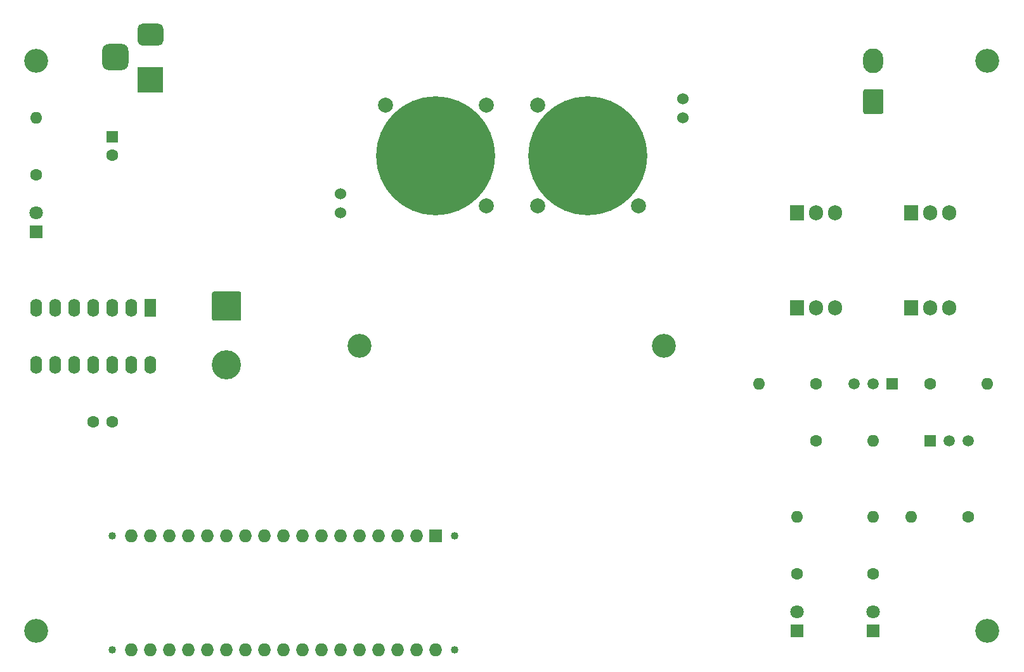
<source format=gbr>
From 9eb725941ec03b716ec8aa3311772bf98f978461 Mon Sep 17 00:00:00 2001
From: Blaise Thompson <blaise@untzag.com>
Date: Tue, 27 Jul 2021 17:01:50 -0500
Subject: LICENSE

---
 PCB/gerber/thermoelectric-tube-B_Mask.gbr | 300 ------------------------------
 1 file changed, 300 deletions(-)
 delete mode 100644 PCB/gerber/thermoelectric-tube-B_Mask.gbr

(limited to 'PCB/gerber/thermoelectric-tube-B_Mask.gbr')

diff --git a/PCB/gerber/thermoelectric-tube-B_Mask.gbr b/PCB/gerber/thermoelectric-tube-B_Mask.gbr
deleted file mode 100644
index e6ce347..0000000
--- a/PCB/gerber/thermoelectric-tube-B_Mask.gbr
+++ /dev/null
@@ -1,300 +0,0 @@
-G04 #@! TF.GenerationSoftware,KiCad,Pcbnew,5.1.8+dfsg1-1+b1*
-G04 #@! TF.CreationDate,2021-07-27T16:42:41-05:00*
-G04 #@! TF.ProjectId,thermoelectric-tube,74686572-6d6f-4656-9c65-63747269632d,B*
-G04 #@! TF.SameCoordinates,Original*
-G04 #@! TF.FileFunction,Soldermask,Bot*
-G04 #@! TF.FilePolarity,Negative*
-%FSLAX46Y46*%
-G04 Gerber Fmt 4.6, Leading zero omitted, Abs format (unit mm)*
-G04 Created by KiCad (PCBNEW 5.1.8+dfsg1-1+b1) date 2021-07-27 16:42:41*
-%MOMM*%
-%LPD*%
-G01*
-G04 APERTURE LIST*
-%ADD10C,3.900000*%
-%ADD11O,2.700000X3.300000*%
-%ADD12O,1.727200X1.727200*%
-%ADD13C,1.016000*%
-%ADD14R,1.727200X1.727200*%
-%ADD15C,2.000000*%
-%ADD16C,15.900000*%
-%ADD17C,1.524000*%
-%ADD18C,3.200000*%
-%ADD19O,1.600000X1.600000*%
-%ADD20C,1.600000*%
-%ADD21R,1.500000X1.500000*%
-%ADD22C,1.500000*%
-%ADD23O,1.600000X2.400000*%
-%ADD24R,1.600000X2.400000*%
-%ADD25O,1.905000X2.000000*%
-%ADD26R,1.905000X2.000000*%
-%ADD27R,3.500000X3.500000*%
-%ADD28C,1.800000*%
-%ADD29R,1.800000X1.800000*%
-%ADD30R,1.600000X1.600000*%
-G04 APERTURE END LIST*
-D10*
-X76200000Y-91440000D03*
-G36*
-G01*
-X74500001Y-81690000D02*
-X77899999Y-81690000D01*
-G75*
-G02*
-X78150000Y-81940001I0J-250001D01*
-G01*
-X78150000Y-85339999D01*
-G75*
-G02*
-X77899999Y-85590000I-250001J0D01*
-G01*
-X74500001Y-85590000D01*
-G75*
-G02*
-X74250000Y-85339999I0J250001D01*
-G01*
-X74250000Y-81940001D01*
-G75*
-G02*
-X74500001Y-81690000I250001J0D01*
-G01*
-G37*
-D11*
-X162560000Y-50800000D03*
-G36*
-G01*
-X163910000Y-54900001D02*
-X163910000Y-57699999D01*
-G75*
-G02*
-X163659999Y-57950000I-250001J0D01*
-G01*
-X161460001Y-57950000D01*
-G75*
-G02*
-X161210000Y-57699999I0J250001D01*
-G01*
-X161210000Y-54900001D01*
-G75*
-G02*
-X161460001Y-54650000I250001J0D01*
-G01*
-X163659999Y-54650000D01*
-G75*
-G02*
-X163910000Y-54900001I0J-250001D01*
-G01*
-G37*
-D12*
-X101600000Y-129540000D03*
-X83820000Y-129540000D03*
-X81280000Y-129540000D03*
-X78740000Y-129540000D03*
-X76200000Y-129540000D03*
-X73660000Y-129540000D03*
-X88900000Y-129540000D03*
-X66040000Y-114300000D03*
-X63500000Y-114300000D03*
-X63500000Y-129540000D03*
-X68580000Y-129540000D03*
-D13*
-X60960000Y-129540000D03*
-D12*
-X68580000Y-114300000D03*
-X71120000Y-114300000D03*
-X73660000Y-114300000D03*
-X76200000Y-114300000D03*
-X78740000Y-114300000D03*
-X81280000Y-114300000D03*
-X83820000Y-114300000D03*
-X86360000Y-114300000D03*
-X88900000Y-114300000D03*
-X99060000Y-114300000D03*
-X96520000Y-114300000D03*
-X101600000Y-114300000D03*
-X93980000Y-129540000D03*
-X66040000Y-129540000D03*
-X91440000Y-129540000D03*
-X96520000Y-129540000D03*
-X91440000Y-114300000D03*
-X99060000Y-129540000D03*
-X71120000Y-129540000D03*
-X104140000Y-129540000D03*
-D14*
-X104140000Y-114300000D03*
-D12*
-X93980000Y-114300000D03*
-X86360000Y-129540000D03*
-D13*
-X106680000Y-129540000D03*
-X60960000Y-114300000D03*
-X106680000Y-114300000D03*
-D15*
-X117710000Y-56750000D03*
-X131210000Y-70250000D03*
-X117710000Y-70250000D03*
-D16*
-X124460000Y-63500000D03*
-D17*
-X137160000Y-58420000D03*
-X137160000Y-55880000D03*
-D15*
-X110890000Y-70250000D03*
-X97390000Y-56750000D03*
-X110890000Y-56750000D03*
-D16*
-X104140000Y-63500000D03*
-D17*
-X91440000Y-68580000D03*
-X91440000Y-71120000D03*
-D18*
-X134620000Y-88900000D03*
-X93980000Y-88900000D03*
-D19*
-X167640000Y-111760000D03*
-D20*
-X175260000Y-111760000D03*
-D21*
-X170180000Y-101600000D03*
-D22*
-X175260000Y-101600000D03*
-X172720000Y-101600000D03*
-D21*
-X165100000Y-93980000D03*
-D22*
-X160020000Y-93980000D03*
-X162560000Y-93980000D03*
-D23*
-X66040000Y-91440000D03*
-X50800000Y-83820000D03*
-X63500000Y-91440000D03*
-X53340000Y-83820000D03*
-X60960000Y-91440000D03*
-X55880000Y-83820000D03*
-X58420000Y-91440000D03*
-X58420000Y-83820000D03*
-X55880000Y-91440000D03*
-X60960000Y-83820000D03*
-X53340000Y-91440000D03*
-X63500000Y-83820000D03*
-X50800000Y-91440000D03*
-D24*
-X66040000Y-83820000D03*
-D18*
-X177800000Y-50800000D03*
-X177800000Y-127000000D03*
-X50800000Y-127000000D03*
-X50800000Y-50800000D03*
-D19*
-X162560000Y-111760000D03*
-D20*
-X162560000Y-119380000D03*
-D19*
-X177800000Y-93980000D03*
-D20*
-X170180000Y-93980000D03*
-D19*
-X147320000Y-93980000D03*
-D20*
-X154940000Y-93980000D03*
-D19*
-X162560000Y-101600000D03*
-D20*
-X154940000Y-101600000D03*
-D19*
-X152400000Y-111760000D03*
-D20*
-X152400000Y-119380000D03*
-D19*
-X50800000Y-58420000D03*
-D20*
-X50800000Y-66040000D03*
-D25*
-X172720000Y-83820000D03*
-X170180000Y-83820000D03*
-D26*
-X167640000Y-83820000D03*
-D25*
-X157480000Y-83820000D03*
-X154940000Y-83820000D03*
-D26*
-X152400000Y-83820000D03*
-D25*
-X172720000Y-71120000D03*
-X170180000Y-71120000D03*
-D26*
-X167640000Y-71120000D03*
-D25*
-X157480000Y-71120000D03*
-X154940000Y-71120000D03*
-D26*
-X152400000Y-71120000D03*
-G36*
-G01*
-X60465000Y-48590000D02*
-X62215000Y-48590000D01*
-G75*
-G02*
-X63090000Y-49465000I0J-875000D01*
-G01*
-X63090000Y-51215000D01*
-G75*
-G02*
-X62215000Y-52090000I-875000J0D01*
-G01*
-X60465000Y-52090000D01*
-G75*
-G02*
-X59590000Y-51215000I0J875000D01*
-G01*
-X59590000Y-49465000D01*
-G75*
-G02*
-X60465000Y-48590000I875000J0D01*
-G01*
-G37*
-G36*
-G01*
-X65040000Y-45840000D02*
-X67040000Y-45840000D01*
-G75*
-G02*
-X67790000Y-46590000I0J-750000D01*
-G01*
-X67790000Y-48090000D01*
-G75*
-G02*
-X67040000Y-48840000I-750000J0D01*
-G01*
-X65040000Y-48840000D01*
-G75*
-G02*
-X64290000Y-48090000I0J750000D01*
-G01*
-X64290000Y-46590000D01*
-G75*
-G02*
-X65040000Y-45840000I750000J0D01*
-G01*
-G37*
-D27*
-X66040000Y-53340000D03*
-D28*
-X162560000Y-124460000D03*
-D29*
-X162560000Y-127000000D03*
-D28*
-X152400000Y-124460000D03*
-D29*
-X152400000Y-127000000D03*
-D28*
-X50800000Y-71120000D03*
-D29*
-X50800000Y-73660000D03*
-D20*
-X58420000Y-99060000D03*
-X60920000Y-99060000D03*
-X60960000Y-63460000D03*
-D30*
-X60960000Y-60960000D03*
-M02*
-- 
cgit v1.2.3


</source>
